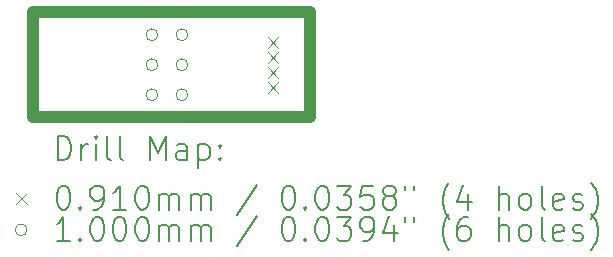
<source format=gbr>
%TF.GenerationSoftware,KiCad,Pcbnew,7.0.6*%
%TF.CreationDate,2023-10-13T18:17:28+03:00*%
%TF.ProjectId,colorimeter-led,636f6c6f-7269-46d6-9574-65722d6c6564,rev?*%
%TF.SameCoordinates,Original*%
%TF.FileFunction,Drillmap*%
%TF.FilePolarity,Positive*%
%FSLAX45Y45*%
G04 Gerber Fmt 4.5, Leading zero omitted, Abs format (unit mm)*
G04 Created by KiCad (PCBNEW 7.0.6) date 2023-10-13 18:17:28*
%MOMM*%
%LPD*%
G01*
G04 APERTURE LIST*
%ADD10C,1.000000*%
%ADD11C,0.200000*%
%ADD12C,0.091000*%
%ADD13C,0.100000*%
G04 APERTURE END LIST*
D10*
X8890000Y-6350000D02*
X11239500Y-6350000D01*
X11239500Y-7239000D01*
X8890000Y-7239000D01*
X8890000Y-6350000D01*
D11*
D12*
X10876500Y-6558500D02*
X10967500Y-6649500D01*
X10967500Y-6558500D02*
X10876500Y-6649500D01*
X10876500Y-6685500D02*
X10967500Y-6776500D01*
X10967500Y-6685500D02*
X10876500Y-6776500D01*
X10876500Y-6812500D02*
X10967500Y-6903500D01*
X10967500Y-6812500D02*
X10876500Y-6903500D01*
X10876500Y-6939500D02*
X10967500Y-7030500D01*
X10967500Y-6939500D02*
X10876500Y-7030500D01*
D13*
X9947000Y-6540500D02*
G75*
G03*
X9947000Y-6540500I-50000J0D01*
G01*
X9947000Y-6794500D02*
G75*
G03*
X9947000Y-6794500I-50000J0D01*
G01*
X9947000Y-7048500D02*
G75*
G03*
X9947000Y-7048500I-50000J0D01*
G01*
X10201000Y-6540500D02*
G75*
G03*
X10201000Y-6540500I-50000J0D01*
G01*
X10201000Y-6794500D02*
G75*
G03*
X10201000Y-6794500I-50000J0D01*
G01*
X10201000Y-7048500D02*
G75*
G03*
X10201000Y-7048500I-50000J0D01*
G01*
D11*
X9100777Y-7600484D02*
X9100777Y-7400484D01*
X9100777Y-7400484D02*
X9148396Y-7400484D01*
X9148396Y-7400484D02*
X9176967Y-7410008D01*
X9176967Y-7410008D02*
X9196015Y-7429055D01*
X9196015Y-7429055D02*
X9205539Y-7448103D01*
X9205539Y-7448103D02*
X9215063Y-7486198D01*
X9215063Y-7486198D02*
X9215063Y-7514769D01*
X9215063Y-7514769D02*
X9205539Y-7552865D01*
X9205539Y-7552865D02*
X9196015Y-7571912D01*
X9196015Y-7571912D02*
X9176967Y-7590960D01*
X9176967Y-7590960D02*
X9148396Y-7600484D01*
X9148396Y-7600484D02*
X9100777Y-7600484D01*
X9300777Y-7600484D02*
X9300777Y-7467150D01*
X9300777Y-7505246D02*
X9310301Y-7486198D01*
X9310301Y-7486198D02*
X9319824Y-7476674D01*
X9319824Y-7476674D02*
X9338872Y-7467150D01*
X9338872Y-7467150D02*
X9357920Y-7467150D01*
X9424586Y-7600484D02*
X9424586Y-7467150D01*
X9424586Y-7400484D02*
X9415063Y-7410008D01*
X9415063Y-7410008D02*
X9424586Y-7419531D01*
X9424586Y-7419531D02*
X9434110Y-7410008D01*
X9434110Y-7410008D02*
X9424586Y-7400484D01*
X9424586Y-7400484D02*
X9424586Y-7419531D01*
X9548396Y-7600484D02*
X9529348Y-7590960D01*
X9529348Y-7590960D02*
X9519824Y-7571912D01*
X9519824Y-7571912D02*
X9519824Y-7400484D01*
X9653158Y-7600484D02*
X9634110Y-7590960D01*
X9634110Y-7590960D02*
X9624586Y-7571912D01*
X9624586Y-7571912D02*
X9624586Y-7400484D01*
X9881729Y-7600484D02*
X9881729Y-7400484D01*
X9881729Y-7400484D02*
X9948396Y-7543341D01*
X9948396Y-7543341D02*
X10015063Y-7400484D01*
X10015063Y-7400484D02*
X10015063Y-7600484D01*
X10196015Y-7600484D02*
X10196015Y-7495722D01*
X10196015Y-7495722D02*
X10186491Y-7476674D01*
X10186491Y-7476674D02*
X10167444Y-7467150D01*
X10167444Y-7467150D02*
X10129348Y-7467150D01*
X10129348Y-7467150D02*
X10110301Y-7476674D01*
X10196015Y-7590960D02*
X10176967Y-7600484D01*
X10176967Y-7600484D02*
X10129348Y-7600484D01*
X10129348Y-7600484D02*
X10110301Y-7590960D01*
X10110301Y-7590960D02*
X10100777Y-7571912D01*
X10100777Y-7571912D02*
X10100777Y-7552865D01*
X10100777Y-7552865D02*
X10110301Y-7533817D01*
X10110301Y-7533817D02*
X10129348Y-7524293D01*
X10129348Y-7524293D02*
X10176967Y-7524293D01*
X10176967Y-7524293D02*
X10196015Y-7514769D01*
X10291253Y-7467150D02*
X10291253Y-7667150D01*
X10291253Y-7476674D02*
X10310301Y-7467150D01*
X10310301Y-7467150D02*
X10348396Y-7467150D01*
X10348396Y-7467150D02*
X10367444Y-7476674D01*
X10367444Y-7476674D02*
X10376967Y-7486198D01*
X10376967Y-7486198D02*
X10386491Y-7505246D01*
X10386491Y-7505246D02*
X10386491Y-7562388D01*
X10386491Y-7562388D02*
X10376967Y-7581436D01*
X10376967Y-7581436D02*
X10367444Y-7590960D01*
X10367444Y-7590960D02*
X10348396Y-7600484D01*
X10348396Y-7600484D02*
X10310301Y-7600484D01*
X10310301Y-7600484D02*
X10291253Y-7590960D01*
X10472205Y-7581436D02*
X10481729Y-7590960D01*
X10481729Y-7590960D02*
X10472205Y-7600484D01*
X10472205Y-7600484D02*
X10462682Y-7590960D01*
X10462682Y-7590960D02*
X10472205Y-7581436D01*
X10472205Y-7581436D02*
X10472205Y-7600484D01*
X10472205Y-7476674D02*
X10481729Y-7486198D01*
X10481729Y-7486198D02*
X10472205Y-7495722D01*
X10472205Y-7495722D02*
X10462682Y-7486198D01*
X10462682Y-7486198D02*
X10472205Y-7476674D01*
X10472205Y-7476674D02*
X10472205Y-7495722D01*
D12*
X8749000Y-7883500D02*
X8840000Y-7974500D01*
X8840000Y-7883500D02*
X8749000Y-7974500D01*
D11*
X9138872Y-7820484D02*
X9157920Y-7820484D01*
X9157920Y-7820484D02*
X9176967Y-7830008D01*
X9176967Y-7830008D02*
X9186491Y-7839531D01*
X9186491Y-7839531D02*
X9196015Y-7858579D01*
X9196015Y-7858579D02*
X9205539Y-7896674D01*
X9205539Y-7896674D02*
X9205539Y-7944293D01*
X9205539Y-7944293D02*
X9196015Y-7982388D01*
X9196015Y-7982388D02*
X9186491Y-8001436D01*
X9186491Y-8001436D02*
X9176967Y-8010960D01*
X9176967Y-8010960D02*
X9157920Y-8020484D01*
X9157920Y-8020484D02*
X9138872Y-8020484D01*
X9138872Y-8020484D02*
X9119824Y-8010960D01*
X9119824Y-8010960D02*
X9110301Y-8001436D01*
X9110301Y-8001436D02*
X9100777Y-7982388D01*
X9100777Y-7982388D02*
X9091253Y-7944293D01*
X9091253Y-7944293D02*
X9091253Y-7896674D01*
X9091253Y-7896674D02*
X9100777Y-7858579D01*
X9100777Y-7858579D02*
X9110301Y-7839531D01*
X9110301Y-7839531D02*
X9119824Y-7830008D01*
X9119824Y-7830008D02*
X9138872Y-7820484D01*
X9291253Y-8001436D02*
X9300777Y-8010960D01*
X9300777Y-8010960D02*
X9291253Y-8020484D01*
X9291253Y-8020484D02*
X9281729Y-8010960D01*
X9281729Y-8010960D02*
X9291253Y-8001436D01*
X9291253Y-8001436D02*
X9291253Y-8020484D01*
X9396015Y-8020484D02*
X9434110Y-8020484D01*
X9434110Y-8020484D02*
X9453158Y-8010960D01*
X9453158Y-8010960D02*
X9462682Y-8001436D01*
X9462682Y-8001436D02*
X9481729Y-7972865D01*
X9481729Y-7972865D02*
X9491253Y-7934769D01*
X9491253Y-7934769D02*
X9491253Y-7858579D01*
X9491253Y-7858579D02*
X9481729Y-7839531D01*
X9481729Y-7839531D02*
X9472205Y-7830008D01*
X9472205Y-7830008D02*
X9453158Y-7820484D01*
X9453158Y-7820484D02*
X9415063Y-7820484D01*
X9415063Y-7820484D02*
X9396015Y-7830008D01*
X9396015Y-7830008D02*
X9386491Y-7839531D01*
X9386491Y-7839531D02*
X9376967Y-7858579D01*
X9376967Y-7858579D02*
X9376967Y-7906198D01*
X9376967Y-7906198D02*
X9386491Y-7925246D01*
X9386491Y-7925246D02*
X9396015Y-7934769D01*
X9396015Y-7934769D02*
X9415063Y-7944293D01*
X9415063Y-7944293D02*
X9453158Y-7944293D01*
X9453158Y-7944293D02*
X9472205Y-7934769D01*
X9472205Y-7934769D02*
X9481729Y-7925246D01*
X9481729Y-7925246D02*
X9491253Y-7906198D01*
X9681729Y-8020484D02*
X9567444Y-8020484D01*
X9624586Y-8020484D02*
X9624586Y-7820484D01*
X9624586Y-7820484D02*
X9605539Y-7849055D01*
X9605539Y-7849055D02*
X9586491Y-7868103D01*
X9586491Y-7868103D02*
X9567444Y-7877627D01*
X9805539Y-7820484D02*
X9824586Y-7820484D01*
X9824586Y-7820484D02*
X9843634Y-7830008D01*
X9843634Y-7830008D02*
X9853158Y-7839531D01*
X9853158Y-7839531D02*
X9862682Y-7858579D01*
X9862682Y-7858579D02*
X9872205Y-7896674D01*
X9872205Y-7896674D02*
X9872205Y-7944293D01*
X9872205Y-7944293D02*
X9862682Y-7982388D01*
X9862682Y-7982388D02*
X9853158Y-8001436D01*
X9853158Y-8001436D02*
X9843634Y-8010960D01*
X9843634Y-8010960D02*
X9824586Y-8020484D01*
X9824586Y-8020484D02*
X9805539Y-8020484D01*
X9805539Y-8020484D02*
X9786491Y-8010960D01*
X9786491Y-8010960D02*
X9776967Y-8001436D01*
X9776967Y-8001436D02*
X9767444Y-7982388D01*
X9767444Y-7982388D02*
X9757920Y-7944293D01*
X9757920Y-7944293D02*
X9757920Y-7896674D01*
X9757920Y-7896674D02*
X9767444Y-7858579D01*
X9767444Y-7858579D02*
X9776967Y-7839531D01*
X9776967Y-7839531D02*
X9786491Y-7830008D01*
X9786491Y-7830008D02*
X9805539Y-7820484D01*
X9957920Y-8020484D02*
X9957920Y-7887150D01*
X9957920Y-7906198D02*
X9967444Y-7896674D01*
X9967444Y-7896674D02*
X9986491Y-7887150D01*
X9986491Y-7887150D02*
X10015063Y-7887150D01*
X10015063Y-7887150D02*
X10034110Y-7896674D01*
X10034110Y-7896674D02*
X10043634Y-7915722D01*
X10043634Y-7915722D02*
X10043634Y-8020484D01*
X10043634Y-7915722D02*
X10053158Y-7896674D01*
X10053158Y-7896674D02*
X10072205Y-7887150D01*
X10072205Y-7887150D02*
X10100777Y-7887150D01*
X10100777Y-7887150D02*
X10119825Y-7896674D01*
X10119825Y-7896674D02*
X10129348Y-7915722D01*
X10129348Y-7915722D02*
X10129348Y-8020484D01*
X10224586Y-8020484D02*
X10224586Y-7887150D01*
X10224586Y-7906198D02*
X10234110Y-7896674D01*
X10234110Y-7896674D02*
X10253158Y-7887150D01*
X10253158Y-7887150D02*
X10281729Y-7887150D01*
X10281729Y-7887150D02*
X10300777Y-7896674D01*
X10300777Y-7896674D02*
X10310301Y-7915722D01*
X10310301Y-7915722D02*
X10310301Y-8020484D01*
X10310301Y-7915722D02*
X10319825Y-7896674D01*
X10319825Y-7896674D02*
X10338872Y-7887150D01*
X10338872Y-7887150D02*
X10367444Y-7887150D01*
X10367444Y-7887150D02*
X10386491Y-7896674D01*
X10386491Y-7896674D02*
X10396015Y-7915722D01*
X10396015Y-7915722D02*
X10396015Y-8020484D01*
X10786491Y-7810960D02*
X10615063Y-8068103D01*
X11043634Y-7820484D02*
X11062682Y-7820484D01*
X11062682Y-7820484D02*
X11081729Y-7830008D01*
X11081729Y-7830008D02*
X11091253Y-7839531D01*
X11091253Y-7839531D02*
X11100777Y-7858579D01*
X11100777Y-7858579D02*
X11110301Y-7896674D01*
X11110301Y-7896674D02*
X11110301Y-7944293D01*
X11110301Y-7944293D02*
X11100777Y-7982388D01*
X11100777Y-7982388D02*
X11091253Y-8001436D01*
X11091253Y-8001436D02*
X11081729Y-8010960D01*
X11081729Y-8010960D02*
X11062682Y-8020484D01*
X11062682Y-8020484D02*
X11043634Y-8020484D01*
X11043634Y-8020484D02*
X11024587Y-8010960D01*
X11024587Y-8010960D02*
X11015063Y-8001436D01*
X11015063Y-8001436D02*
X11005539Y-7982388D01*
X11005539Y-7982388D02*
X10996015Y-7944293D01*
X10996015Y-7944293D02*
X10996015Y-7896674D01*
X10996015Y-7896674D02*
X11005539Y-7858579D01*
X11005539Y-7858579D02*
X11015063Y-7839531D01*
X11015063Y-7839531D02*
X11024587Y-7830008D01*
X11024587Y-7830008D02*
X11043634Y-7820484D01*
X11196015Y-8001436D02*
X11205539Y-8010960D01*
X11205539Y-8010960D02*
X11196015Y-8020484D01*
X11196015Y-8020484D02*
X11186491Y-8010960D01*
X11186491Y-8010960D02*
X11196015Y-8001436D01*
X11196015Y-8001436D02*
X11196015Y-8020484D01*
X11329348Y-7820484D02*
X11348396Y-7820484D01*
X11348396Y-7820484D02*
X11367444Y-7830008D01*
X11367444Y-7830008D02*
X11376967Y-7839531D01*
X11376967Y-7839531D02*
X11386491Y-7858579D01*
X11386491Y-7858579D02*
X11396015Y-7896674D01*
X11396015Y-7896674D02*
X11396015Y-7944293D01*
X11396015Y-7944293D02*
X11386491Y-7982388D01*
X11386491Y-7982388D02*
X11376967Y-8001436D01*
X11376967Y-8001436D02*
X11367444Y-8010960D01*
X11367444Y-8010960D02*
X11348396Y-8020484D01*
X11348396Y-8020484D02*
X11329348Y-8020484D01*
X11329348Y-8020484D02*
X11310301Y-8010960D01*
X11310301Y-8010960D02*
X11300777Y-8001436D01*
X11300777Y-8001436D02*
X11291253Y-7982388D01*
X11291253Y-7982388D02*
X11281729Y-7944293D01*
X11281729Y-7944293D02*
X11281729Y-7896674D01*
X11281729Y-7896674D02*
X11291253Y-7858579D01*
X11291253Y-7858579D02*
X11300777Y-7839531D01*
X11300777Y-7839531D02*
X11310301Y-7830008D01*
X11310301Y-7830008D02*
X11329348Y-7820484D01*
X11462682Y-7820484D02*
X11586491Y-7820484D01*
X11586491Y-7820484D02*
X11519825Y-7896674D01*
X11519825Y-7896674D02*
X11548396Y-7896674D01*
X11548396Y-7896674D02*
X11567444Y-7906198D01*
X11567444Y-7906198D02*
X11576967Y-7915722D01*
X11576967Y-7915722D02*
X11586491Y-7934769D01*
X11586491Y-7934769D02*
X11586491Y-7982388D01*
X11586491Y-7982388D02*
X11576967Y-8001436D01*
X11576967Y-8001436D02*
X11567444Y-8010960D01*
X11567444Y-8010960D02*
X11548396Y-8020484D01*
X11548396Y-8020484D02*
X11491253Y-8020484D01*
X11491253Y-8020484D02*
X11472206Y-8010960D01*
X11472206Y-8010960D02*
X11462682Y-8001436D01*
X11767444Y-7820484D02*
X11672206Y-7820484D01*
X11672206Y-7820484D02*
X11662682Y-7915722D01*
X11662682Y-7915722D02*
X11672206Y-7906198D01*
X11672206Y-7906198D02*
X11691253Y-7896674D01*
X11691253Y-7896674D02*
X11738872Y-7896674D01*
X11738872Y-7896674D02*
X11757920Y-7906198D01*
X11757920Y-7906198D02*
X11767444Y-7915722D01*
X11767444Y-7915722D02*
X11776967Y-7934769D01*
X11776967Y-7934769D02*
X11776967Y-7982388D01*
X11776967Y-7982388D02*
X11767444Y-8001436D01*
X11767444Y-8001436D02*
X11757920Y-8010960D01*
X11757920Y-8010960D02*
X11738872Y-8020484D01*
X11738872Y-8020484D02*
X11691253Y-8020484D01*
X11691253Y-8020484D02*
X11672206Y-8010960D01*
X11672206Y-8010960D02*
X11662682Y-8001436D01*
X11891253Y-7906198D02*
X11872206Y-7896674D01*
X11872206Y-7896674D02*
X11862682Y-7887150D01*
X11862682Y-7887150D02*
X11853158Y-7868103D01*
X11853158Y-7868103D02*
X11853158Y-7858579D01*
X11853158Y-7858579D02*
X11862682Y-7839531D01*
X11862682Y-7839531D02*
X11872206Y-7830008D01*
X11872206Y-7830008D02*
X11891253Y-7820484D01*
X11891253Y-7820484D02*
X11929348Y-7820484D01*
X11929348Y-7820484D02*
X11948396Y-7830008D01*
X11948396Y-7830008D02*
X11957920Y-7839531D01*
X11957920Y-7839531D02*
X11967444Y-7858579D01*
X11967444Y-7858579D02*
X11967444Y-7868103D01*
X11967444Y-7868103D02*
X11957920Y-7887150D01*
X11957920Y-7887150D02*
X11948396Y-7896674D01*
X11948396Y-7896674D02*
X11929348Y-7906198D01*
X11929348Y-7906198D02*
X11891253Y-7906198D01*
X11891253Y-7906198D02*
X11872206Y-7915722D01*
X11872206Y-7915722D02*
X11862682Y-7925246D01*
X11862682Y-7925246D02*
X11853158Y-7944293D01*
X11853158Y-7944293D02*
X11853158Y-7982388D01*
X11853158Y-7982388D02*
X11862682Y-8001436D01*
X11862682Y-8001436D02*
X11872206Y-8010960D01*
X11872206Y-8010960D02*
X11891253Y-8020484D01*
X11891253Y-8020484D02*
X11929348Y-8020484D01*
X11929348Y-8020484D02*
X11948396Y-8010960D01*
X11948396Y-8010960D02*
X11957920Y-8001436D01*
X11957920Y-8001436D02*
X11967444Y-7982388D01*
X11967444Y-7982388D02*
X11967444Y-7944293D01*
X11967444Y-7944293D02*
X11957920Y-7925246D01*
X11957920Y-7925246D02*
X11948396Y-7915722D01*
X11948396Y-7915722D02*
X11929348Y-7906198D01*
X12043634Y-7820484D02*
X12043634Y-7858579D01*
X12119825Y-7820484D02*
X12119825Y-7858579D01*
X12415063Y-8096674D02*
X12405539Y-8087150D01*
X12405539Y-8087150D02*
X12386491Y-8058579D01*
X12386491Y-8058579D02*
X12376968Y-8039531D01*
X12376968Y-8039531D02*
X12367444Y-8010960D01*
X12367444Y-8010960D02*
X12357920Y-7963341D01*
X12357920Y-7963341D02*
X12357920Y-7925246D01*
X12357920Y-7925246D02*
X12367444Y-7877627D01*
X12367444Y-7877627D02*
X12376968Y-7849055D01*
X12376968Y-7849055D02*
X12386491Y-7830008D01*
X12386491Y-7830008D02*
X12405539Y-7801436D01*
X12405539Y-7801436D02*
X12415063Y-7791912D01*
X12576968Y-7887150D02*
X12576968Y-8020484D01*
X12529348Y-7810960D02*
X12481729Y-7953817D01*
X12481729Y-7953817D02*
X12605539Y-7953817D01*
X12834110Y-8020484D02*
X12834110Y-7820484D01*
X12919825Y-8020484D02*
X12919825Y-7915722D01*
X12919825Y-7915722D02*
X12910301Y-7896674D01*
X12910301Y-7896674D02*
X12891253Y-7887150D01*
X12891253Y-7887150D02*
X12862682Y-7887150D01*
X12862682Y-7887150D02*
X12843634Y-7896674D01*
X12843634Y-7896674D02*
X12834110Y-7906198D01*
X13043634Y-8020484D02*
X13024587Y-8010960D01*
X13024587Y-8010960D02*
X13015063Y-8001436D01*
X13015063Y-8001436D02*
X13005539Y-7982388D01*
X13005539Y-7982388D02*
X13005539Y-7925246D01*
X13005539Y-7925246D02*
X13015063Y-7906198D01*
X13015063Y-7906198D02*
X13024587Y-7896674D01*
X13024587Y-7896674D02*
X13043634Y-7887150D01*
X13043634Y-7887150D02*
X13072206Y-7887150D01*
X13072206Y-7887150D02*
X13091253Y-7896674D01*
X13091253Y-7896674D02*
X13100777Y-7906198D01*
X13100777Y-7906198D02*
X13110301Y-7925246D01*
X13110301Y-7925246D02*
X13110301Y-7982388D01*
X13110301Y-7982388D02*
X13100777Y-8001436D01*
X13100777Y-8001436D02*
X13091253Y-8010960D01*
X13091253Y-8010960D02*
X13072206Y-8020484D01*
X13072206Y-8020484D02*
X13043634Y-8020484D01*
X13224587Y-8020484D02*
X13205539Y-8010960D01*
X13205539Y-8010960D02*
X13196015Y-7991912D01*
X13196015Y-7991912D02*
X13196015Y-7820484D01*
X13376968Y-8010960D02*
X13357920Y-8020484D01*
X13357920Y-8020484D02*
X13319825Y-8020484D01*
X13319825Y-8020484D02*
X13300777Y-8010960D01*
X13300777Y-8010960D02*
X13291253Y-7991912D01*
X13291253Y-7991912D02*
X13291253Y-7915722D01*
X13291253Y-7915722D02*
X13300777Y-7896674D01*
X13300777Y-7896674D02*
X13319825Y-7887150D01*
X13319825Y-7887150D02*
X13357920Y-7887150D01*
X13357920Y-7887150D02*
X13376968Y-7896674D01*
X13376968Y-7896674D02*
X13386491Y-7915722D01*
X13386491Y-7915722D02*
X13386491Y-7934769D01*
X13386491Y-7934769D02*
X13291253Y-7953817D01*
X13462682Y-8010960D02*
X13481730Y-8020484D01*
X13481730Y-8020484D02*
X13519825Y-8020484D01*
X13519825Y-8020484D02*
X13538872Y-8010960D01*
X13538872Y-8010960D02*
X13548396Y-7991912D01*
X13548396Y-7991912D02*
X13548396Y-7982388D01*
X13548396Y-7982388D02*
X13538872Y-7963341D01*
X13538872Y-7963341D02*
X13519825Y-7953817D01*
X13519825Y-7953817D02*
X13491253Y-7953817D01*
X13491253Y-7953817D02*
X13472206Y-7944293D01*
X13472206Y-7944293D02*
X13462682Y-7925246D01*
X13462682Y-7925246D02*
X13462682Y-7915722D01*
X13462682Y-7915722D02*
X13472206Y-7896674D01*
X13472206Y-7896674D02*
X13491253Y-7887150D01*
X13491253Y-7887150D02*
X13519825Y-7887150D01*
X13519825Y-7887150D02*
X13538872Y-7896674D01*
X13615063Y-8096674D02*
X13624587Y-8087150D01*
X13624587Y-8087150D02*
X13643634Y-8058579D01*
X13643634Y-8058579D02*
X13653158Y-8039531D01*
X13653158Y-8039531D02*
X13662682Y-8010960D01*
X13662682Y-8010960D02*
X13672206Y-7963341D01*
X13672206Y-7963341D02*
X13672206Y-7925246D01*
X13672206Y-7925246D02*
X13662682Y-7877627D01*
X13662682Y-7877627D02*
X13653158Y-7849055D01*
X13653158Y-7849055D02*
X13643634Y-7830008D01*
X13643634Y-7830008D02*
X13624587Y-7801436D01*
X13624587Y-7801436D02*
X13615063Y-7791912D01*
D13*
X8840000Y-8193000D02*
G75*
G03*
X8840000Y-8193000I-50000J0D01*
G01*
D11*
X9205539Y-8284484D02*
X9091253Y-8284484D01*
X9148396Y-8284484D02*
X9148396Y-8084484D01*
X9148396Y-8084484D02*
X9129348Y-8113055D01*
X9129348Y-8113055D02*
X9110301Y-8132103D01*
X9110301Y-8132103D02*
X9091253Y-8141627D01*
X9291253Y-8265436D02*
X9300777Y-8274960D01*
X9300777Y-8274960D02*
X9291253Y-8284484D01*
X9291253Y-8284484D02*
X9281729Y-8274960D01*
X9281729Y-8274960D02*
X9291253Y-8265436D01*
X9291253Y-8265436D02*
X9291253Y-8284484D01*
X9424586Y-8084484D02*
X9443634Y-8084484D01*
X9443634Y-8084484D02*
X9462682Y-8094008D01*
X9462682Y-8094008D02*
X9472205Y-8103531D01*
X9472205Y-8103531D02*
X9481729Y-8122579D01*
X9481729Y-8122579D02*
X9491253Y-8160674D01*
X9491253Y-8160674D02*
X9491253Y-8208293D01*
X9491253Y-8208293D02*
X9481729Y-8246388D01*
X9481729Y-8246388D02*
X9472205Y-8265436D01*
X9472205Y-8265436D02*
X9462682Y-8274960D01*
X9462682Y-8274960D02*
X9443634Y-8284484D01*
X9443634Y-8284484D02*
X9424586Y-8284484D01*
X9424586Y-8284484D02*
X9405539Y-8274960D01*
X9405539Y-8274960D02*
X9396015Y-8265436D01*
X9396015Y-8265436D02*
X9386491Y-8246388D01*
X9386491Y-8246388D02*
X9376967Y-8208293D01*
X9376967Y-8208293D02*
X9376967Y-8160674D01*
X9376967Y-8160674D02*
X9386491Y-8122579D01*
X9386491Y-8122579D02*
X9396015Y-8103531D01*
X9396015Y-8103531D02*
X9405539Y-8094008D01*
X9405539Y-8094008D02*
X9424586Y-8084484D01*
X9615063Y-8084484D02*
X9634110Y-8084484D01*
X9634110Y-8084484D02*
X9653158Y-8094008D01*
X9653158Y-8094008D02*
X9662682Y-8103531D01*
X9662682Y-8103531D02*
X9672205Y-8122579D01*
X9672205Y-8122579D02*
X9681729Y-8160674D01*
X9681729Y-8160674D02*
X9681729Y-8208293D01*
X9681729Y-8208293D02*
X9672205Y-8246388D01*
X9672205Y-8246388D02*
X9662682Y-8265436D01*
X9662682Y-8265436D02*
X9653158Y-8274960D01*
X9653158Y-8274960D02*
X9634110Y-8284484D01*
X9634110Y-8284484D02*
X9615063Y-8284484D01*
X9615063Y-8284484D02*
X9596015Y-8274960D01*
X9596015Y-8274960D02*
X9586491Y-8265436D01*
X9586491Y-8265436D02*
X9576967Y-8246388D01*
X9576967Y-8246388D02*
X9567444Y-8208293D01*
X9567444Y-8208293D02*
X9567444Y-8160674D01*
X9567444Y-8160674D02*
X9576967Y-8122579D01*
X9576967Y-8122579D02*
X9586491Y-8103531D01*
X9586491Y-8103531D02*
X9596015Y-8094008D01*
X9596015Y-8094008D02*
X9615063Y-8084484D01*
X9805539Y-8084484D02*
X9824586Y-8084484D01*
X9824586Y-8084484D02*
X9843634Y-8094008D01*
X9843634Y-8094008D02*
X9853158Y-8103531D01*
X9853158Y-8103531D02*
X9862682Y-8122579D01*
X9862682Y-8122579D02*
X9872205Y-8160674D01*
X9872205Y-8160674D02*
X9872205Y-8208293D01*
X9872205Y-8208293D02*
X9862682Y-8246388D01*
X9862682Y-8246388D02*
X9853158Y-8265436D01*
X9853158Y-8265436D02*
X9843634Y-8274960D01*
X9843634Y-8274960D02*
X9824586Y-8284484D01*
X9824586Y-8284484D02*
X9805539Y-8284484D01*
X9805539Y-8284484D02*
X9786491Y-8274960D01*
X9786491Y-8274960D02*
X9776967Y-8265436D01*
X9776967Y-8265436D02*
X9767444Y-8246388D01*
X9767444Y-8246388D02*
X9757920Y-8208293D01*
X9757920Y-8208293D02*
X9757920Y-8160674D01*
X9757920Y-8160674D02*
X9767444Y-8122579D01*
X9767444Y-8122579D02*
X9776967Y-8103531D01*
X9776967Y-8103531D02*
X9786491Y-8094008D01*
X9786491Y-8094008D02*
X9805539Y-8084484D01*
X9957920Y-8284484D02*
X9957920Y-8151150D01*
X9957920Y-8170198D02*
X9967444Y-8160674D01*
X9967444Y-8160674D02*
X9986491Y-8151150D01*
X9986491Y-8151150D02*
X10015063Y-8151150D01*
X10015063Y-8151150D02*
X10034110Y-8160674D01*
X10034110Y-8160674D02*
X10043634Y-8179722D01*
X10043634Y-8179722D02*
X10043634Y-8284484D01*
X10043634Y-8179722D02*
X10053158Y-8160674D01*
X10053158Y-8160674D02*
X10072205Y-8151150D01*
X10072205Y-8151150D02*
X10100777Y-8151150D01*
X10100777Y-8151150D02*
X10119825Y-8160674D01*
X10119825Y-8160674D02*
X10129348Y-8179722D01*
X10129348Y-8179722D02*
X10129348Y-8284484D01*
X10224586Y-8284484D02*
X10224586Y-8151150D01*
X10224586Y-8170198D02*
X10234110Y-8160674D01*
X10234110Y-8160674D02*
X10253158Y-8151150D01*
X10253158Y-8151150D02*
X10281729Y-8151150D01*
X10281729Y-8151150D02*
X10300777Y-8160674D01*
X10300777Y-8160674D02*
X10310301Y-8179722D01*
X10310301Y-8179722D02*
X10310301Y-8284484D01*
X10310301Y-8179722D02*
X10319825Y-8160674D01*
X10319825Y-8160674D02*
X10338872Y-8151150D01*
X10338872Y-8151150D02*
X10367444Y-8151150D01*
X10367444Y-8151150D02*
X10386491Y-8160674D01*
X10386491Y-8160674D02*
X10396015Y-8179722D01*
X10396015Y-8179722D02*
X10396015Y-8284484D01*
X10786491Y-8074960D02*
X10615063Y-8332103D01*
X11043634Y-8084484D02*
X11062682Y-8084484D01*
X11062682Y-8084484D02*
X11081729Y-8094008D01*
X11081729Y-8094008D02*
X11091253Y-8103531D01*
X11091253Y-8103531D02*
X11100777Y-8122579D01*
X11100777Y-8122579D02*
X11110301Y-8160674D01*
X11110301Y-8160674D02*
X11110301Y-8208293D01*
X11110301Y-8208293D02*
X11100777Y-8246388D01*
X11100777Y-8246388D02*
X11091253Y-8265436D01*
X11091253Y-8265436D02*
X11081729Y-8274960D01*
X11081729Y-8274960D02*
X11062682Y-8284484D01*
X11062682Y-8284484D02*
X11043634Y-8284484D01*
X11043634Y-8284484D02*
X11024587Y-8274960D01*
X11024587Y-8274960D02*
X11015063Y-8265436D01*
X11015063Y-8265436D02*
X11005539Y-8246388D01*
X11005539Y-8246388D02*
X10996015Y-8208293D01*
X10996015Y-8208293D02*
X10996015Y-8160674D01*
X10996015Y-8160674D02*
X11005539Y-8122579D01*
X11005539Y-8122579D02*
X11015063Y-8103531D01*
X11015063Y-8103531D02*
X11024587Y-8094008D01*
X11024587Y-8094008D02*
X11043634Y-8084484D01*
X11196015Y-8265436D02*
X11205539Y-8274960D01*
X11205539Y-8274960D02*
X11196015Y-8284484D01*
X11196015Y-8284484D02*
X11186491Y-8274960D01*
X11186491Y-8274960D02*
X11196015Y-8265436D01*
X11196015Y-8265436D02*
X11196015Y-8284484D01*
X11329348Y-8084484D02*
X11348396Y-8084484D01*
X11348396Y-8084484D02*
X11367444Y-8094008D01*
X11367444Y-8094008D02*
X11376967Y-8103531D01*
X11376967Y-8103531D02*
X11386491Y-8122579D01*
X11386491Y-8122579D02*
X11396015Y-8160674D01*
X11396015Y-8160674D02*
X11396015Y-8208293D01*
X11396015Y-8208293D02*
X11386491Y-8246388D01*
X11386491Y-8246388D02*
X11376967Y-8265436D01*
X11376967Y-8265436D02*
X11367444Y-8274960D01*
X11367444Y-8274960D02*
X11348396Y-8284484D01*
X11348396Y-8284484D02*
X11329348Y-8284484D01*
X11329348Y-8284484D02*
X11310301Y-8274960D01*
X11310301Y-8274960D02*
X11300777Y-8265436D01*
X11300777Y-8265436D02*
X11291253Y-8246388D01*
X11291253Y-8246388D02*
X11281729Y-8208293D01*
X11281729Y-8208293D02*
X11281729Y-8160674D01*
X11281729Y-8160674D02*
X11291253Y-8122579D01*
X11291253Y-8122579D02*
X11300777Y-8103531D01*
X11300777Y-8103531D02*
X11310301Y-8094008D01*
X11310301Y-8094008D02*
X11329348Y-8084484D01*
X11462682Y-8084484D02*
X11586491Y-8084484D01*
X11586491Y-8084484D02*
X11519825Y-8160674D01*
X11519825Y-8160674D02*
X11548396Y-8160674D01*
X11548396Y-8160674D02*
X11567444Y-8170198D01*
X11567444Y-8170198D02*
X11576967Y-8179722D01*
X11576967Y-8179722D02*
X11586491Y-8198769D01*
X11586491Y-8198769D02*
X11586491Y-8246388D01*
X11586491Y-8246388D02*
X11576967Y-8265436D01*
X11576967Y-8265436D02*
X11567444Y-8274960D01*
X11567444Y-8274960D02*
X11548396Y-8284484D01*
X11548396Y-8284484D02*
X11491253Y-8284484D01*
X11491253Y-8284484D02*
X11472206Y-8274960D01*
X11472206Y-8274960D02*
X11462682Y-8265436D01*
X11681729Y-8284484D02*
X11719825Y-8284484D01*
X11719825Y-8284484D02*
X11738872Y-8274960D01*
X11738872Y-8274960D02*
X11748396Y-8265436D01*
X11748396Y-8265436D02*
X11767444Y-8236865D01*
X11767444Y-8236865D02*
X11776967Y-8198769D01*
X11776967Y-8198769D02*
X11776967Y-8122579D01*
X11776967Y-8122579D02*
X11767444Y-8103531D01*
X11767444Y-8103531D02*
X11757920Y-8094008D01*
X11757920Y-8094008D02*
X11738872Y-8084484D01*
X11738872Y-8084484D02*
X11700777Y-8084484D01*
X11700777Y-8084484D02*
X11681729Y-8094008D01*
X11681729Y-8094008D02*
X11672206Y-8103531D01*
X11672206Y-8103531D02*
X11662682Y-8122579D01*
X11662682Y-8122579D02*
X11662682Y-8170198D01*
X11662682Y-8170198D02*
X11672206Y-8189246D01*
X11672206Y-8189246D02*
X11681729Y-8198769D01*
X11681729Y-8198769D02*
X11700777Y-8208293D01*
X11700777Y-8208293D02*
X11738872Y-8208293D01*
X11738872Y-8208293D02*
X11757920Y-8198769D01*
X11757920Y-8198769D02*
X11767444Y-8189246D01*
X11767444Y-8189246D02*
X11776967Y-8170198D01*
X11948396Y-8151150D02*
X11948396Y-8284484D01*
X11900777Y-8074960D02*
X11853158Y-8217817D01*
X11853158Y-8217817D02*
X11976967Y-8217817D01*
X12043634Y-8084484D02*
X12043634Y-8122579D01*
X12119825Y-8084484D02*
X12119825Y-8122579D01*
X12415063Y-8360674D02*
X12405539Y-8351150D01*
X12405539Y-8351150D02*
X12386491Y-8322579D01*
X12386491Y-8322579D02*
X12376968Y-8303531D01*
X12376968Y-8303531D02*
X12367444Y-8274960D01*
X12367444Y-8274960D02*
X12357920Y-8227341D01*
X12357920Y-8227341D02*
X12357920Y-8189246D01*
X12357920Y-8189246D02*
X12367444Y-8141627D01*
X12367444Y-8141627D02*
X12376968Y-8113055D01*
X12376968Y-8113055D02*
X12386491Y-8094008D01*
X12386491Y-8094008D02*
X12405539Y-8065436D01*
X12405539Y-8065436D02*
X12415063Y-8055912D01*
X12576968Y-8084484D02*
X12538872Y-8084484D01*
X12538872Y-8084484D02*
X12519825Y-8094008D01*
X12519825Y-8094008D02*
X12510301Y-8103531D01*
X12510301Y-8103531D02*
X12491253Y-8132103D01*
X12491253Y-8132103D02*
X12481729Y-8170198D01*
X12481729Y-8170198D02*
X12481729Y-8246388D01*
X12481729Y-8246388D02*
X12491253Y-8265436D01*
X12491253Y-8265436D02*
X12500777Y-8274960D01*
X12500777Y-8274960D02*
X12519825Y-8284484D01*
X12519825Y-8284484D02*
X12557920Y-8284484D01*
X12557920Y-8284484D02*
X12576968Y-8274960D01*
X12576968Y-8274960D02*
X12586491Y-8265436D01*
X12586491Y-8265436D02*
X12596015Y-8246388D01*
X12596015Y-8246388D02*
X12596015Y-8198769D01*
X12596015Y-8198769D02*
X12586491Y-8179722D01*
X12586491Y-8179722D02*
X12576968Y-8170198D01*
X12576968Y-8170198D02*
X12557920Y-8160674D01*
X12557920Y-8160674D02*
X12519825Y-8160674D01*
X12519825Y-8160674D02*
X12500777Y-8170198D01*
X12500777Y-8170198D02*
X12491253Y-8179722D01*
X12491253Y-8179722D02*
X12481729Y-8198769D01*
X12834110Y-8284484D02*
X12834110Y-8084484D01*
X12919825Y-8284484D02*
X12919825Y-8179722D01*
X12919825Y-8179722D02*
X12910301Y-8160674D01*
X12910301Y-8160674D02*
X12891253Y-8151150D01*
X12891253Y-8151150D02*
X12862682Y-8151150D01*
X12862682Y-8151150D02*
X12843634Y-8160674D01*
X12843634Y-8160674D02*
X12834110Y-8170198D01*
X13043634Y-8284484D02*
X13024587Y-8274960D01*
X13024587Y-8274960D02*
X13015063Y-8265436D01*
X13015063Y-8265436D02*
X13005539Y-8246388D01*
X13005539Y-8246388D02*
X13005539Y-8189246D01*
X13005539Y-8189246D02*
X13015063Y-8170198D01*
X13015063Y-8170198D02*
X13024587Y-8160674D01*
X13024587Y-8160674D02*
X13043634Y-8151150D01*
X13043634Y-8151150D02*
X13072206Y-8151150D01*
X13072206Y-8151150D02*
X13091253Y-8160674D01*
X13091253Y-8160674D02*
X13100777Y-8170198D01*
X13100777Y-8170198D02*
X13110301Y-8189246D01*
X13110301Y-8189246D02*
X13110301Y-8246388D01*
X13110301Y-8246388D02*
X13100777Y-8265436D01*
X13100777Y-8265436D02*
X13091253Y-8274960D01*
X13091253Y-8274960D02*
X13072206Y-8284484D01*
X13072206Y-8284484D02*
X13043634Y-8284484D01*
X13224587Y-8284484D02*
X13205539Y-8274960D01*
X13205539Y-8274960D02*
X13196015Y-8255912D01*
X13196015Y-8255912D02*
X13196015Y-8084484D01*
X13376968Y-8274960D02*
X13357920Y-8284484D01*
X13357920Y-8284484D02*
X13319825Y-8284484D01*
X13319825Y-8284484D02*
X13300777Y-8274960D01*
X13300777Y-8274960D02*
X13291253Y-8255912D01*
X13291253Y-8255912D02*
X13291253Y-8179722D01*
X13291253Y-8179722D02*
X13300777Y-8160674D01*
X13300777Y-8160674D02*
X13319825Y-8151150D01*
X13319825Y-8151150D02*
X13357920Y-8151150D01*
X13357920Y-8151150D02*
X13376968Y-8160674D01*
X13376968Y-8160674D02*
X13386491Y-8179722D01*
X13386491Y-8179722D02*
X13386491Y-8198769D01*
X13386491Y-8198769D02*
X13291253Y-8217817D01*
X13462682Y-8274960D02*
X13481730Y-8284484D01*
X13481730Y-8284484D02*
X13519825Y-8284484D01*
X13519825Y-8284484D02*
X13538872Y-8274960D01*
X13538872Y-8274960D02*
X13548396Y-8255912D01*
X13548396Y-8255912D02*
X13548396Y-8246388D01*
X13548396Y-8246388D02*
X13538872Y-8227341D01*
X13538872Y-8227341D02*
X13519825Y-8217817D01*
X13519825Y-8217817D02*
X13491253Y-8217817D01*
X13491253Y-8217817D02*
X13472206Y-8208293D01*
X13472206Y-8208293D02*
X13462682Y-8189246D01*
X13462682Y-8189246D02*
X13462682Y-8179722D01*
X13462682Y-8179722D02*
X13472206Y-8160674D01*
X13472206Y-8160674D02*
X13491253Y-8151150D01*
X13491253Y-8151150D02*
X13519825Y-8151150D01*
X13519825Y-8151150D02*
X13538872Y-8160674D01*
X13615063Y-8360674D02*
X13624587Y-8351150D01*
X13624587Y-8351150D02*
X13643634Y-8322579D01*
X13643634Y-8322579D02*
X13653158Y-8303531D01*
X13653158Y-8303531D02*
X13662682Y-8274960D01*
X13662682Y-8274960D02*
X13672206Y-8227341D01*
X13672206Y-8227341D02*
X13672206Y-8189246D01*
X13672206Y-8189246D02*
X13662682Y-8141627D01*
X13662682Y-8141627D02*
X13653158Y-8113055D01*
X13653158Y-8113055D02*
X13643634Y-8094008D01*
X13643634Y-8094008D02*
X13624587Y-8065436D01*
X13624587Y-8065436D02*
X13615063Y-8055912D01*
M02*

</source>
